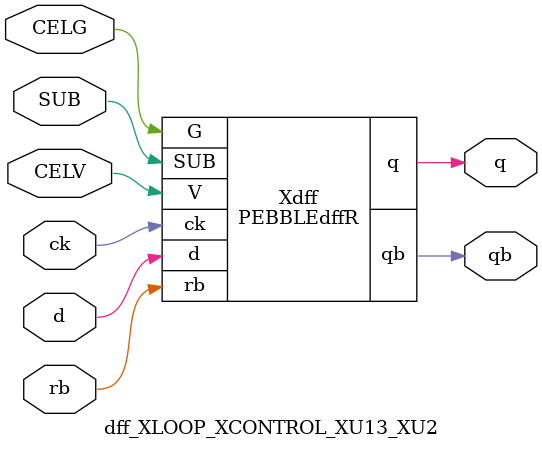
<source format=v>



module PEBBLEdffR ( q, qb, G, SUB, V, ck, d, rb );

  input V;
  output q;
  input rb;
  input d;
  input G;
  input ck;
  input SUB;
  output qb;
endmodule

//Celera Confidential Do Not Copy dff_XLOOP_XCONTROL_XU13_XU2
//Celera Confidential Symbol Generator
//DFF latch
module dff_XLOOP_XCONTROL_XU13_XU2 (CELV,CELG,d,rb,ck,q,qb,SUB );
input CELV;
input CELG;
input d;
input rb;
input ck;
input SUB;
output q;
output qb;

//Celera Confidential Do Not Copy dff
PEBBLEdffR Xdff(
.V (CELV),
.d (d),
.rb (rb),
.ck (ck),
.q (q),
.qb (qb),
.SUB (SUB),
.G (CELG)
);
//,diesize,PEBBLEdffR

//Celera Confidential Do Not Copy Module End
//Celera Schematic Generator
endmodule

</source>
